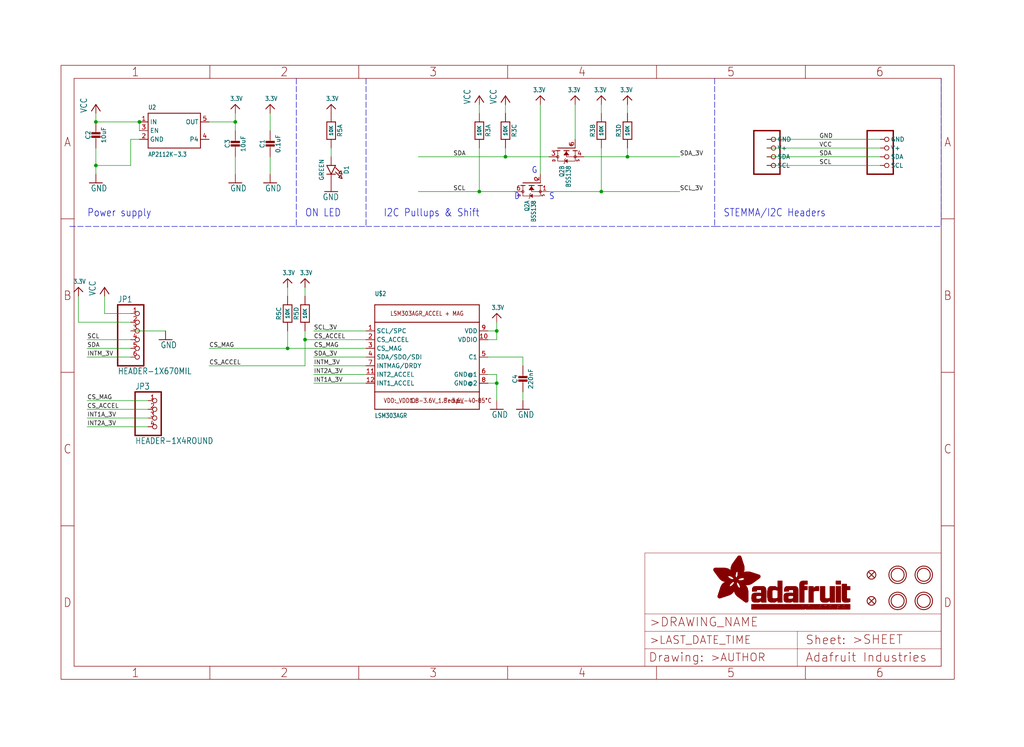
<source format=kicad_sch>
(kicad_sch (version 20211123) (generator eeschema)
  (paper "User" 298.45 217.881)
  (lib_symbols
    (symbol "eagleSchem-eagle-import:3.3V" (power)
      (property "Value" "3.3V" (at -1.524 1.016 0))
      (symbol "3.3V_1_0"
        (pin power_in line (at 0 -2.54 90) (length 2.54) (name "3.3V") (number "1"))
      )
    )
    (symbol "eagleSchem-eagle-import:CAP_CERAMIC0603_NO"
      (property "Reference" "C" (at -2.29 1.25 90))
      (property "Value" "CAP_CERAMIC0603_NO" (at 2.3 1.25 90))
      (symbol "CAP_CERAMIC0603_NO_1_0"
        (pin passive line (at 0 5.08 270) (length 2.54) (name "1") (number "1"))
        (pin passive line (at 0 -2.54 90) (length 2.54) (name "2") (number "2"))
      )
    )
    (symbol "eagleSchem-eagle-import:CAP_CERAMIC0805-NOOUTLINE"
      (property "Reference" "C" (at -2.29 1.25 90))
      (property "Value" "CAP_CERAMIC0805-NOOUTLINE" (at 2.3 1.25 90))
      (symbol "CAP_CERAMIC0805-NOOUTLINE_1_0"
        (pin passive line (at 0 5.08 270) (length 2.54) (name "1") (number "1"))
        (pin passive line (at 0 -2.54 90) (length 2.54) (name "2") (number "2"))
      )
    )
    (symbol "eagleSchem-eagle-import:CAP_CERAMIC0805_10MGAP"
      (property "Reference" "C" (at -2.29 1.25 90))
      (property "Value" "CAP_CERAMIC0805_10MGAP" (at 2.3 1.25 90))
      (symbol "CAP_CERAMIC0805_10MGAP_1_0"
        (pin passive line (at 0 5.08 270) (length 2.54) (name "1") (number "1"))
        (pin passive line (at 0 -2.54 90) (length 2.54) (name "2") (number "2"))
      )
    )
    (symbol "eagleSchem-eagle-import:FIDUCIAL_1MM")
    (symbol "eagleSchem-eagle-import:FRAME_A4_ADAFRUIT"
      (symbol "FRAME_A4_ADAFRUIT_1_0"
        (text "1" (at 21.6958 1.905 0) (effects (font (size 2.54 2.286))))
        (text "1" (at 21.6958 177.165 0) (effects (font (size 2.54 2.286))))
        (text "2" (at 65.0875 1.905 0) (effects (font (size 2.54 2.286))))
        (text "2" (at 65.0875 177.165 0) (effects (font (size 2.54 2.286))))
        (text "3" (at 108.4792 1.905 0) (effects (font (size 2.54 2.286))))
        (text "3" (at 108.4792 177.165 0) (effects (font (size 2.54 2.286))))
        (text "4" (at 151.8708 1.905 0) (effects (font (size 2.54 2.286))))
        (text "4" (at 151.8708 177.165 0) (effects (font (size 2.54 2.286))))
        (text "5" (at 195.2625 1.905 0) (effects (font (size 2.54 2.286))))
        (text "5" (at 195.2625 177.165 0) (effects (font (size 2.54 2.286))))
        (text "6" (at 238.6542 1.905 0) (effects (font (size 2.54 2.286))))
        (text "6" (at 238.6542 177.165 0) (effects (font (size 2.54 2.286))))
        (text ">AUTHOR" (at 189.23 5.08 0) (effects (font (size 2.286 2.286)) (justify left bottom)))
        (text ">DRAWING_NAME" (at 171.45 15.24 0) (effects (font (size 2.54 2.54)) (justify left bottom)))
        (text ">LAST_DATE_TIME" (at 171.45 10.16 0) (effects (font (size 2.286 2.286)) (justify left bottom)))
        (text ">SHEET" (at 230.505 10.16 0) (effects (font (size 2.54 2.54)) (justify left bottom)))
        (text "A" (at 1.905 156.6863 0) (effects (font (size 2.54 2.286))))
        (text "A" (at 258.445 156.6863 0) (effects (font (size 2.54 2.286))))
        (text "Adafruit Industries" (at 216.916 4.953 0) (effects (font (size 2.54 2.54)) (justify left bottom)))
        (text "B" (at 1.905 111.9188 0) (effects (font (size 2.54 2.286))))
        (text "B" (at 258.445 111.9188 0) (effects (font (size 2.54 2.286))))
        (text "C" (at 1.905 67.1513 0) (effects (font (size 2.54 2.286))))
        (text "C" (at 258.445 67.1513 0) (effects (font (size 2.54 2.286))))
        (text "D" (at 1.905 22.3838 0) (effects (font (size 2.54 2.286))))
        (text "D" (at 258.445 22.3838 0) (effects (font (size 2.54 2.286))))
        (text "Drawing:" (at 171.196 4.953 0) (effects (font (size 2.54 2.54)) (justify left bottom)))
        (text "Sheet:" (at 216.916 10.033 0) (effects (font (size 2.54 2.54)) (justify left bottom)))
      )
    )
    (symbol "eagleSchem-eagle-import:GND" (power)
      (property "Value" "GND" (at -2.54 -2.54 0))
      (symbol "GND_1_0"
        (pin power_in line (at 0 2.54 270) (length 2.54) (name "GND") (number "1"))
      )
    )
    (symbol "eagleSchem-eagle-import:HEADER-1X4ROUND"
      (property "Reference" "JP" (at -6.35 8.255 0))
      (property "Value" "HEADER-1X4ROUND" (at -6.35 -7.62 0))
      (symbol "HEADER-1X4ROUND_1_0"
        (pin passive inverted (at -2.54 5.08 0) (length 2.54) (name "1") (number "1"))
        (pin passive inverted (at -2.54 2.54 0) (length 2.54) (name "2") (number "2"))
        (pin passive inverted (at -2.54 0 0) (length 2.54) (name "3") (number "3"))
        (pin passive inverted (at -2.54 -2.54 0) (length 2.54) (name "4") (number "4"))
      )
    )
    (symbol "eagleSchem-eagle-import:HEADER-1X670MIL"
      (property "Reference" "JP" (at -6.35 10.795 0))
      (property "Value" "HEADER-1X670MIL" (at -6.35 -10.16 0))
      (symbol "HEADER-1X670MIL_1_0"
        (pin passive inverted (at -2.54 7.62 0) (length 2.54) (name "1") (number "1"))
        (pin passive inverted (at -2.54 5.08 0) (length 2.54) (name "2") (number "2"))
        (pin passive inverted (at -2.54 2.54 0) (length 2.54) (name "3") (number "3"))
        (pin passive inverted (at -2.54 0 0) (length 2.54) (name "4") (number "4"))
        (pin passive inverted (at -2.54 -2.54 0) (length 2.54) (name "5") (number "5"))
        (pin passive inverted (at -2.54 -5.08 0) (length 2.54) (name "6") (number "6"))
      )
    )
    (symbol "eagleSchem-eagle-import:LED0603_NOOUTLINE"
      (property "Reference" "D" (at -1.27 4.445 0))
      (property "Value" "LED0603_NOOUTLINE" (at -1.27 -2.794 0))
      (symbol "LED0603_NOOUTLINE_1_0"
        (pin passive line (at -5.08 0 0) (length 2.54) (name "A") (number "A"))
        (pin passive line (at 2.54 0 180) (length 2.54) (name "C") (number "C"))
      )
    )
    (symbol "eagleSchem-eagle-import:LSM303AGR"
      (property "Value" "LSM303AGR" (at -15.24 -17.78 0))
      (symbol "LSM303AGR_1_0"
        (text "1.8-3.6V_1.8-3.6V" (at -5.08 -12.7 0) (effects (font (size 1.27 1.0795)) (justify left)))
        (text "LSM303AGR_ACCEL + MAG" (at 0 12.7 0) (effects (font (size 1.27 1.0795))))
        (text "Temp:_-40~85°C" (at 5.08 -12.7 0) (effects (font (size 1.27 1.0795)) (justify left)))
        (text "VDD:_VDDIO:" (at -12.7 -12.7 0) (effects (font (size 1.27 1.0795)) (justify left)))
        (pin input line (at -17.78 7.62 0) (length 2.54) (name "SCL/SPC") (number "1"))
        (pin power_in line (at 17.78 5.08 180) (length 2.54) (name "VDDIO") (number "10"))
        (pin output line (at -17.78 -5.08 0) (length 2.54) (name "INT2_ACCEL") (number "11"))
        (pin output line (at -17.78 -7.62 0) (length 2.54) (name "INT1_ACCEL") (number "12"))
        (pin input line (at -17.78 5.08 0) (length 2.54) (name "CS_ACCEL") (number "2"))
        (pin input line (at -17.78 2.54 0) (length 2.54) (name "CS_MAG") (number "3"))
        (pin bidirectional line (at -17.78 0 0) (length 2.54) (name "SDA/SDO/SDI") (number "4"))
        (pin passive line (at 17.78 0 180) (length 2.54) (name "C1") (number "5"))
        (pin power_in line (at 17.78 -5.08 180) (length 2.54) (name "GND@1") (number "6"))
        (pin output line (at -17.78 -2.54 0) (length 2.54) (name "INTMAG/DRDY") (number "7"))
        (pin power_in line (at 17.78 -7.62 180) (length 2.54) (name "GND@2") (number "8"))
        (pin power_in line (at 17.78 7.62 180) (length 2.54) (name "VDD") (number "9"))
      )
    )
    (symbol "eagleSchem-eagle-import:MOSFET-N_DUAL"
      (property "Reference" "Q" (at 5.08 0.635 0))
      (property "Value" "MOSFET-N_DUAL" (at 5.08 -1.27 0))
      (symbol "MOSFET-N_DUAL_1_0"
        (text "D" (at 3.175 3.175 0) (effects (font (size 0.8128 0.6908)) (justify left bottom)))
        (text "G" (at -1.27 -1.905 0) (effects (font (size 0.8128 0.6908)) (justify left bottom)))
        (text "S" (at 3.175 -3.81 0) (effects (font (size 0.8128 0.6908)) (justify left bottom)))
        (pin bidirectional line (at 2.54 -5.08 90) (length 2.54) (name "S") (number "1"))
        (pin bidirectional line (at -2.54 -2.54 0) (length 2.54) (name "G") (number "2"))
        (pin bidirectional line (at 2.54 5.08 270) (length 2.54) (name "D") (number "6"))
      )
      (symbol "MOSFET-N_DUAL_2_0"
        (text "D" (at 3.175 3.175 0) (effects (font (size 0.8128 0.6908)) (justify left bottom)))
        (text "G" (at -1.27 -1.905 0) (effects (font (size 0.8128 0.6908)) (justify left bottom)))
        (text "S" (at 3.175 -3.81 0) (effects (font (size 0.8128 0.6908)) (justify left bottom)))
        (pin bidirectional line (at 2.54 5.08 270) (length 2.54) (name "D") (number "3"))
        (pin bidirectional line (at 2.54 -5.08 90) (length 2.54) (name "S") (number "4"))
        (pin bidirectional line (at -2.54 -2.54 0) (length 2.54) (name "G") (number "5"))
      )
    )
    (symbol "eagleSchem-eagle-import:MOUNTINGHOLE2.5")
    (symbol "eagleSchem-eagle-import:RESISTOR_4PACK"
      (property "Reference" "R" (at 0 2.54 0))
      (property "Value" "RESISTOR_4PACK" (at 0 0 0))
      (symbol "RESISTOR_4PACK_1_0"
        (pin passive line (at -5.08 0 0) (length 2.54) (name "1") (number "1"))
        (pin passive line (at 5.08 0 180) (length 2.54) (name "2") (number "8"))
      )
      (symbol "RESISTOR_4PACK_2_0"
        (pin passive line (at -5.08 0 0) (length 2.54) (name "1") (number "2"))
        (pin passive line (at 5.08 0 180) (length 2.54) (name "2") (number "7"))
      )
      (symbol "RESISTOR_4PACK_3_0"
        (pin passive line (at -5.08 0 0) (length 2.54) (name "1") (number "3"))
        (pin passive line (at 5.08 0 180) (length 2.54) (name "2") (number "6"))
      )
      (symbol "RESISTOR_4PACK_4_0"
        (pin passive line (at -5.08 0 0) (length 2.54) (name "1") (number "4"))
        (pin passive line (at 5.08 0 180) (length 2.54) (name "2") (number "5"))
      )
    )
    (symbol "eagleSchem-eagle-import:STEMMA_I2C_QT"
      (symbol "STEMMA_I2C_QT_1_0"
        (pin passive inverted (at 0 5.08 0) (length 2.54) (name "GND") (number "1"))
        (pin passive inverted (at 0 2.54 0) (length 2.54) (name "V+") (number "2"))
        (pin passive inverted (at 0 0 0) (length 2.54) (name "SDA") (number "3"))
        (pin passive inverted (at 0 -2.54 0) (length 2.54) (name "SCL") (number "4"))
      )
      (symbol "STEMMA_I2C_QT_2_0"
        (pin bidirectional line (at 0 0 0) (length 5.08) (name "MT") (number "MT1"))
      )
      (symbol "STEMMA_I2C_QT_3_0"
        (pin bidirectional line (at 0 0 0) (length 5.08) (name "MT") (number "MT2"))
      )
    )
    (symbol "eagleSchem-eagle-import:VCC" (power)
      (property "Value" "VCC" (at -2.54 -2.54 90))
      (symbol "VCC_1_0"
        (pin power_in line (at 0 -2.54 90) (length 2.54) (name "VCC") (number "1"))
      )
    )
    (symbol "eagleSchem-eagle-import:VREG_SOT23-5"
      (property "Reference" "U" (at -7.62 6.096 0))
      (property "Value" "VREG_SOT23-5" (at -7.62 -7.62 0))
      (symbol "VREG_SOT23-5_1_0"
        (pin power_in line (at -10.16 2.54 0) (length 2.54) (name "IN") (number "1"))
        (pin power_in line (at -10.16 -2.54 0) (length 2.54) (name "GND") (number "2"))
        (pin input line (at -10.16 0 0) (length 2.54) (name "EN") (number "3"))
        (pin bidirectional line (at 10.16 -2.54 180) (length 2.54) (name "P4") (number "4"))
        (pin power_in line (at 10.16 2.54 180) (length 2.54) (name "OUT") (number "5"))
      )
    )
  )
  (junction (at 144.78 96.52))
  (junction (at 175.26 55.88))
  (junction (at 139.7 55.88))
  (junction (at 27.94 48.26))
  (junction (at 40.64 35.56))
  (junction (at 27.94 35.56))
  (junction (at 144.78 111.76))
  (junction (at 83.82 101.6))
  (junction (at 68.58 35.56))
  (junction (at 182.88 45.72))
  (junction (at 147.32 45.72))
  (junction (at 88.9 99.06))
  (wire (pts (xy 182.88 45.72) (xy 198.12 45.72)))
  (wire (pts (xy 160.02 55.88) (xy 175.26 55.88)))
  (wire (pts (xy 27.94 48.26) (xy 27.94 50.8)))
  (wire (pts (xy 78.74 33.02) (xy 78.74 38.1)))
  (wire (pts (xy 30.48 91.44) (xy 30.48 86.36)))
  (wire (pts (xy 43.18 116.84) (xy 25.4 116.84)))
  (wire (pts (xy 68.58 45.72) (xy 68.58 50.8)))
  (wire (pts (xy 40.64 35.56) (xy 27.94 35.56)))
  (wire (pts (xy 144.78 99.06) (xy 144.78 96.52)))
  (polyline (pts (xy 86.36 22.86) (xy 86.36 66.04)))
  (wire (pts (xy 106.68 104.14) (xy 91.44 104.14)))
  (wire (pts (xy 152.4 104.14) (xy 152.4 106.68)))
  (wire (pts (xy 223.52 43.18) (xy 256.54 43.18)))
  (wire (pts (xy 142.24 99.06) (xy 144.78 99.06)))
  (wire (pts (xy 223.52 48.26) (xy 256.54 48.26)))
  (wire (pts (xy 38.1 101.6) (xy 25.4 101.6)))
  (wire (pts (xy 106.68 99.06) (xy 88.9 99.06)))
  (wire (pts (xy 175.26 43.18) (xy 175.26 55.88)))
  (wire (pts (xy 147.32 43.18) (xy 147.32 45.72)))
  (wire (pts (xy 139.7 43.18) (xy 139.7 55.88)))
  (wire (pts (xy 68.58 35.56) (xy 68.58 38.1)))
  (wire (pts (xy 182.88 33.02) (xy 182.88 30.48)))
  (wire (pts (xy 40.64 38.1) (xy 40.64 35.56)))
  (wire (pts (xy 60.96 35.56) (xy 68.58 35.56)))
  (polyline (pts (xy 20.32 66.04) (xy 86.36 66.04)))
  (wire (pts (xy 160.02 45.72) (xy 147.32 45.72)))
  (wire (pts (xy 256.54 40.64) (xy 223.52 40.64)))
  (wire (pts (xy 106.68 109.22) (xy 91.44 109.22)))
  (wire (pts (xy 25.4 124.46) (xy 43.18 124.46)))
  (wire (pts (xy 40.64 40.64) (xy 38.1 40.64)))
  (polyline (pts (xy 208.28 66.04) (xy 274.32 66.04)))
  (wire (pts (xy 38.1 48.26) (xy 27.94 48.26)))
  (wire (pts (xy 167.64 40.64) (xy 167.64 30.48)))
  (wire (pts (xy 256.54 45.72) (xy 223.52 45.72)))
  (wire (pts (xy 83.82 101.6) (xy 60.96 101.6)))
  (wire (pts (xy 38.1 40.64) (xy 38.1 48.26)))
  (wire (pts (xy 106.68 101.6) (xy 83.82 101.6)))
  (wire (pts (xy 88.9 99.06) (xy 88.9 106.68)))
  (wire (pts (xy 38.1 104.14) (xy 25.4 104.14)))
  (wire (pts (xy 68.58 35.56) (xy 68.58 33.02)))
  (wire (pts (xy 175.26 55.88) (xy 198.12 55.88)))
  (wire (pts (xy 182.88 43.18) (xy 182.88 45.72)))
  (wire (pts (xy 83.82 101.6) (xy 83.82 96.52)))
  (wire (pts (xy 142.24 111.76) (xy 144.78 111.76)))
  (wire (pts (xy 96.52 45.72) (xy 96.52 43.18)))
  (wire (pts (xy 175.26 33.02) (xy 175.26 30.48)))
  (wire (pts (xy 142.24 109.22) (xy 144.78 109.22)))
  (wire (pts (xy 88.9 86.36) (xy 88.9 83.82)))
  (wire (pts (xy 38.1 99.06) (xy 25.4 99.06)))
  (wire (pts (xy 38.1 96.52) (xy 48.26 96.52)))
  (wire (pts (xy 139.7 30.48) (xy 139.7 33.02)))
  (wire (pts (xy 106.68 106.68) (xy 91.44 106.68)))
  (wire (pts (xy 38.1 91.44) (xy 30.48 91.44)))
  (wire (pts (xy 144.78 96.52) (xy 144.78 93.98)))
  (wire (pts (xy 78.74 45.72) (xy 78.74 50.8)))
  (wire (pts (xy 144.78 109.22) (xy 144.78 111.76)))
  (wire (pts (xy 38.1 93.98) (xy 22.86 93.98)))
  (wire (pts (xy 88.9 99.06) (xy 88.9 96.52)))
  (wire (pts (xy 147.32 33.02) (xy 147.32 30.48)))
  (wire (pts (xy 43.18 121.92) (xy 25.4 121.92)))
  (wire (pts (xy 139.7 55.88) (xy 121.92 55.88)))
  (wire (pts (xy 142.24 104.14) (xy 152.4 104.14)))
  (wire (pts (xy 22.86 93.98) (xy 22.86 86.36)))
  (wire (pts (xy 27.94 48.26) (xy 27.94 43.18)))
  (polyline (pts (xy 274.32 22.86) (xy 274.32 66.04)))
  (wire (pts (xy 170.18 45.72) (xy 182.88 45.72)))
  (polyline (pts (xy 208.28 22.86) (xy 208.28 66.04)))
  (wire (pts (xy 27.94 33.02) (xy 27.94 35.56)))
  (wire (pts (xy 83.82 86.36) (xy 83.82 83.82)))
  (wire (pts (xy 144.78 111.76) (xy 144.78 116.84)))
  (wire (pts (xy 106.68 111.76) (xy 91.44 111.76)))
  (wire (pts (xy 25.4 119.38) (xy 43.18 119.38)))
  (wire (pts (xy 106.68 96.52) (xy 91.44 96.52)))
  (wire (pts (xy 147.32 45.72) (xy 121.92 45.72)))
  (wire (pts (xy 149.86 55.88) (xy 139.7 55.88)))
  (wire (pts (xy 88.9 106.68) (xy 60.96 106.68)))
  (polyline (pts (xy 86.36 66.04) (xy 106.68 66.04)))
  (wire (pts (xy 142.24 96.52) (xy 144.78 96.52)))
  (wire (pts (xy 157.48 50.8) (xy 157.48 30.48)))
  (polyline (pts (xy 106.68 66.04) (xy 208.28 66.04)))
  (polyline (pts (xy 106.68 22.86) (xy 106.68 66.04)))
  (wire (pts (xy 152.4 114.3) (xy 152.4 116.84)))
  (text "D" (at 149.86 58.42 180) (effects (font (size 1.778 1.5113)) (justify left bottom)))
  (text "I2C Pullups & Shift" (at 111.76 63.5 180) (effects (font (size 2.1844 1.8567)) (justify left bottom)))
  (text "G" (at 154.94 50.8 180) (effects (font (size 1.778 1.5113)) (justify left bottom)))
  (text "Power supply" (at 25.4 63.5 180) (effects (font (size 2.1844 1.8567)) (justify left bottom)))
  (text "S" (at 160.02 58.42 180) (effects (font (size 1.778 1.5113)) (justify left bottom)))
  (text "ON LED" (at 88.9 63.5 180) (effects (font (size 2.1844 1.8567)) (justify left bottom)))
  (text "STEMMA/I2C Headers" (at 210.82 63.5 180) (effects (font (size 2.1844 1.8567)) (justify left bottom)))
  (label "INT2A_3V" (at 91.44 109.22 0) (effects (font (size 1.2446 1.2446))))
  (label "SCL_3V" (at 198.12 55.88 0) (effects (font (size 1.2446 1.2446))))
  (label "INTM_3V" (at 91.44 106.68 0) (effects (font (size 1.2446 1.2446))))
  (label "INTM_3V" (at 25.4 104.14 0) (effects (font (size 1.2446 1.2446))))
  (label "SDA_3V" (at 91.44 104.14 0) (effects (font (size 1.2446 1.2446))))
  (label "INT1A_3V" (at 25.4 121.92 0) (effects (font (size 1.2446 1.2446))))
  (label "CS_ACCEL" (at 25.4 119.38 0) (effects (font (size 1.2446 1.2446))))
  (label "SCL" (at 132.08 55.88 0) (effects (font (size 1.2446 1.2446))))
  (label "SDA" (at 132.08 45.72 0) (effects (font (size 1.2446 1.2446))))
  (label "SDA" (at 25.4 101.6 0) (effects (font (size 1.2446 1.2446))))
  (label "INT2A_3V" (at 25.4 124.46 0) (effects (font (size 1.2446 1.2446))))
  (label "CS_ACCEL" (at 91.44 99.06 0) (effects (font (size 1.2446 1.2446))))
  (label "CS_ACCEL" (at 60.96 106.68 0) (effects (font (size 1.2446 1.2446))))
  (label "CS_MAG" (at 60.96 101.6 0) (effects (font (size 1.2446 1.2446))))
  (label "INT1A_3V" (at 91.44 111.76 0) (effects (font (size 1.2446 1.2446))))
  (label "CS_MAG" (at 25.4 116.84 0) (effects (font (size 1.2446 1.2446))))
  (label "SCL" (at 25.4 99.06 0) (effects (font (size 1.2446 1.2446))))
  (label "GND" (at 238.76 40.64 0) (effects (font (size 1.2446 1.2446))))
  (label "SCL" (at 238.76 48.26 0) (effects (font (size 1.2446 1.2446))))
  (label "SCL_3V" (at 91.44 96.52 0) (effects (font (size 1.2446 1.2446))))
  (label "VCC" (at 238.76 43.18 0) (effects (font (size 1.2446 1.2446))))
  (label "SDA_3V" (at 198.12 45.72 0) (effects (font (size 1.2446 1.2446))))
  (label "CS_MAG" (at 91.44 101.6 0) (effects (font (size 1.2446 1.2446))))
  (label "SDA" (at 238.76 45.72 0) (effects (font (size 1.2446 1.2446))))
  (symbol (lib_id "eagleSchem-eagle-import:3.3V") (at 157.48 27.94 0) (mirror y) (unit 1)
    (property "Reference" "#U$26" (effects hide))
    (property "Value" "3.3V" (at 159.004 26.924 0) (effects (font (size 1.27 1.0795)) (justify left bottom)))
    (property "Footprint" "eagleSchem:" (effects hide))
  )
  (symbol (lib_id "eagleSchem-eagle-import:RESISTOR_4PACK") (at 182.88 38.1 90) (mirror x) (unit 4)
    (property "Reference" "R3" (at 180.34 38.1 0))
    (property "Value" "10K" (at 182.88 38.1 0) (effects (font (size 1.016 1.016) bold)))
    (property "Footprint" "eagleSchem:RESPACK_4X0603" (effects hide))
  )
  (symbol (lib_id "eagleSchem-eagle-import:CAP_CERAMIC0805_10MGAP") (at 68.58 43.18 0) (unit 1)
    (property "Reference" "C3" (at 66.29 41.93 90))
    (property "Value" "10uF" (at 70.88 41.93 90))
    (property "Footprint" "eagleSchem:0805_10MGAP" (effects hide))
  )
  (symbol (lib_id "eagleSchem-eagle-import:CAP_CERAMIC0603_NO") (at 152.4 111.76 0) (unit 1)
    (property "Reference" "C4" (at 150.11 110.51 90))
    (property "Value" "220nF" (at 154.7 110.51 90))
    (property "Footprint" "eagleSchem:0603-NO@1" (effects hide))
  )
  (symbol (lib_id "eagleSchem-eagle-import:CAP_CERAMIC0603_NO") (at 78.74 43.18 0) (unit 1)
    (property "Reference" "C1" (at 76.45 41.93 90))
    (property "Value" "0.1uF" (at 81.04 41.93 90))
    (property "Footprint" "eagleSchem:0603-NO@1" (effects hide))
  )
  (symbol (lib_id "eagleSchem-eagle-import:MOUNTINGHOLE2.5") (at 261.62 167.64 0) (unit 1)
    (property "Reference" "U$17" (effects hide))
    (property "Value" "MOUNTINGHOLE2.5" (effects hide))
    (property "Footprint" "eagleSchem:MOUNTINGHOLE_2.5_PLATED" (effects hide))
  )
  (symbol (lib_id "eagleSchem-eagle-import:3.3V") (at 182.88 27.94 0) (mirror y) (unit 1)
    (property "Reference" "#U$7" (effects hide))
    (property "Value" "3.3V" (at 184.404 26.924 0) (effects (font (size 1.27 1.0795)) (justify left bottom)))
    (property "Footprint" "eagleSchem:" (effects hide))
  )
  (symbol (lib_id "eagleSchem-eagle-import:MOUNTINGHOLE2.5") (at 269.24 167.64 0) (unit 1)
    (property "Reference" "U$19" (effects hide))
    (property "Value" "MOUNTINGHOLE2.5" (effects hide))
    (property "Footprint" "eagleSchem:MOUNTINGHOLE_2.5_PLATED" (effects hide))
  )
  (symbol (lib_id "eagleSchem-eagle-import:MOSFET-N_DUAL") (at 154.94 53.34 90) (mirror x) (unit 1)
    (property "Reference" "Q2" (at 154.305 58.42 0) (effects (font (size 1.27 1.0795)) (justify left bottom)))
    (property "Value" "BSS138" (at 156.21 58.42 0) (effects (font (size 1.27 1.0795)) (justify left bottom)))
    (property "Footprint" "eagleSchem:SOT363" (effects hide))
  )
  (symbol (lib_id "eagleSchem-eagle-import:3.3V") (at 68.58 30.48 0) (unit 1)
    (property "Reference" "#U$15" (effects hide))
    (property "Value" "3.3V" (at 67.056 29.464 0) (effects (font (size 1.27 1.0795)) (justify left bottom)))
    (property "Footprint" "eagleSchem:" (effects hide))
  )
  (symbol (lib_id "eagleSchem-eagle-import:3.3V") (at 175.26 27.94 0) (mirror y) (unit 1)
    (property "Reference" "#U$24" (effects hide))
    (property "Value" "3.3V" (at 176.784 26.924 0) (effects (font (size 1.27 1.0795)) (justify left bottom)))
    (property "Footprint" "eagleSchem:" (effects hide))
  )
  (symbol (lib_id "eagleSchem-eagle-import:RESISTOR_4PACK") (at 96.52 38.1 270) (unit 1)
    (property "Reference" "R5" (at 99.06 38.1 0))
    (property "Value" "10K" (at 96.52 38.1 0) (effects (font (size 1.016 1.016) bold)))
    (property "Footprint" "eagleSchem:RESPACK_4X0603" (effects hide))
  )
  (symbol (lib_id "eagleSchem-eagle-import:VCC") (at 27.94 30.48 0) (unit 1)
    (property "Reference" "#P+3" (effects hide))
    (property "Value" "VCC" (at 25.4 33.02 90) (effects (font (size 1.778 1.5113)) (justify left bottom)))
    (property "Footprint" "eagleSchem:" (effects hide))
  )
  (symbol (lib_id "eagleSchem-eagle-import:LED0603_NOOUTLINE") (at 96.52 50.8 270) (unit 1)
    (property "Reference" "D1" (at 100.965 49.53 0))
    (property "Value" "GREEN" (at 93.726 49.53 0))
    (property "Footprint" "eagleSchem:CHIPLED_0603_NOOUTLINE" (effects hide))
  )
  (symbol (lib_id "eagleSchem-eagle-import:FIDUCIAL_1MM") (at 254 167.64 0) (unit 1)
    (property "Reference" "FID4" (effects hide))
    (property "Value" "FIDUCIAL_1MM" (effects hide))
    (property "Footprint" "eagleSchem:FIDUCIAL_1MM" (effects hide))
  )
  (symbol (lib_id "eagleSchem-eagle-import:FRAME_A4_ADAFRUIT") (at 17.78 198.12 0) (unit 1)
    (property "Reference" "#U$18" (effects hide))
    (property "Value" "FRAME_A4_ADAFRUIT" (effects hide))
    (property "Footprint" "eagleSchem:" (effects hide))
  )
  (symbol (lib_id "eagleSchem-eagle-import:RESISTOR_4PACK") (at 139.7 38.1 270) (unit 1)
    (property "Reference" "R3" (at 142.24 38.1 0))
    (property "Value" "10K" (at 139.7 38.1 0) (effects (font (size 1.016 1.016) bold)))
    (property "Footprint" "eagleSchem:RESPACK_4X0603" (effects hide))
  )
  (symbol (lib_id "eagleSchem-eagle-import:MOUNTINGHOLE2.5") (at 261.62 175.26 0) (unit 1)
    (property "Reference" "U$1" (effects hide))
    (property "Value" "MOUNTINGHOLE2.5" (effects hide))
    (property "Footprint" "eagleSchem:MOUNTINGHOLE_2.5_PLATED" (effects hide))
  )
  (symbol (lib_id "eagleSchem-eagle-import:GND") (at 144.78 119.38 0) (unit 1)
    (property "Reference" "#U$11" (effects hide))
    (property "Value" "GND" (at 143.256 121.92 0) (effects (font (size 1.778 1.5113)) (justify left bottom)))
    (property "Footprint" "eagleSchem:" (effects hide))
  )
  (symbol (lib_id "eagleSchem-eagle-import:GND") (at 27.94 53.34 0) (unit 1)
    (property "Reference" "#U$13" (effects hide))
    (property "Value" "GND" (at 26.416 55.88 0) (effects (font (size 1.778 1.5113)) (justify left bottom)))
    (property "Footprint" "eagleSchem:" (effects hide))
  )
  (symbol (lib_id "eagleSchem-eagle-import:GND") (at 96.52 55.88 0) (unit 1)
    (property "Reference" "#GND6" (effects hide))
    (property "Value" "GND" (at 93.98 58.42 0) (effects (font (size 1.778 1.5113)) (justify left bottom)))
    (property "Footprint" "eagleSchem:" (effects hide))
  )
  (symbol (lib_id "eagleSchem-eagle-import:STEMMA_I2C_QT") (at 223.52 45.72 0) (unit 1)
    (property "Reference" "CONN3" (effects hide))
    (property "Value" "STEMMA_I2C_QT" (effects hide))
    (property "Footprint" "eagleSchem:JST_SH4" (effects hide))
  )
  (symbol (lib_id "eagleSchem-eagle-import:GND") (at 152.4 119.38 0) (unit 1)
    (property "Reference" "#U$9" (effects hide))
    (property "Value" "GND" (at 150.876 121.92 0) (effects (font (size 1.778 1.5113)) (justify left bottom)))
    (property "Footprint" "eagleSchem:" (effects hide))
  )
  (symbol (lib_id "eagleSchem-eagle-import:3.3V") (at 22.86 83.82 0) (unit 1)
    (property "Reference" "#U$16" (effects hide))
    (property "Value" "3.3V" (at 21.336 82.804 0) (effects (font (size 1.27 1.0795)) (justify left bottom)))
    (property "Footprint" "eagleSchem:" (effects hide))
  )
  (symbol (lib_id "eagleSchem-eagle-import:MOUNTINGHOLE2.5") (at 269.24 175.26 0) (unit 1)
    (property "Reference" "U$21" (effects hide))
    (property "Value" "MOUNTINGHOLE2.5" (effects hide))
    (property "Footprint" "eagleSchem:MOUNTINGHOLE_2.5_PLATED" (effects hide))
  )
  (symbol (lib_id "eagleSchem-eagle-import:3.3V") (at 78.74 30.48 0) (unit 1)
    (property "Reference" "#U$14" (effects hide))
    (property "Value" "3.3V" (at 77.216 29.464 0) (effects (font (size 1.27 1.0795)) (justify left bottom)))
    (property "Footprint" "eagleSchem:" (effects hide))
  )
  (symbol (lib_id "eagleSchem-eagle-import:RESISTOR_4PACK") (at 88.9 91.44 90) (unit 4)
    (property "Reference" "R5" (at 86.36 91.44 0))
    (property "Value" "10K" (at 88.9 91.44 0) (effects (font (size 1.016 1.016) bold)))
    (property "Footprint" "eagleSchem:RESPACK_4X0603" (effects hide))
  )
  (symbol (lib_id "eagleSchem-eagle-import:RESISTOR_4PACK") (at 147.32 38.1 270) (unit 3)
    (property "Reference" "R3" (at 149.86 38.1 0))
    (property "Value" "10K" (at 147.32 38.1 0) (effects (font (size 1.016 1.016) bold)))
    (property "Footprint" "eagleSchem:RESPACK_4X0603" (effects hide))
  )
  (symbol (lib_id "eagleSchem-eagle-import:HEADER-1X670MIL") (at 40.64 99.06 0) (unit 1)
    (property "Reference" "JP1" (at 34.29 88.265 0) (effects (font (size 1.778 1.5113)) (justify left bottom)))
    (property "Value" "HEADER-1X670MIL" (at 34.29 109.22 0) (effects (font (size 1.778 1.5113)) (justify left bottom)))
    (property "Footprint" "eagleSchem:1X06_ROUND_70" (effects hide))
  )
  (symbol (lib_id "eagleSchem-eagle-import:HEADER-1X4ROUND") (at 45.72 121.92 0) (unit 1)
    (property "Reference" "JP3" (at 39.37 113.665 0) (effects (font (size 1.778 1.5113)) (justify left bottom)))
    (property "Value" "HEADER-1X4ROUND" (at 39.37 129.54 0) (effects (font (size 1.778 1.5113)) (justify left bottom)))
    (property "Footprint" "eagleSchem:1X04_ROUND" (effects hide))
  )
  (symbol (lib_id "eagleSchem-eagle-import:3.3V") (at 144.78 91.44 0) (unit 1)
    (property "Reference" "#U$12" (effects hide))
    (property "Value" "3.3V" (at 143.256 90.424 0) (effects (font (size 1.27 1.0795)) (justify left bottom)))
    (property "Footprint" "eagleSchem:" (effects hide))
  )
  (symbol (lib_id "eagleSchem-eagle-import:GND") (at 48.26 99.06 0) (unit 1)
    (property "Reference" "#U$10" (effects hide))
    (property "Value" "GND" (at 46.736 101.6 0) (effects (font (size 1.778 1.5113)) (justify left bottom)))
    (property "Footprint" "eagleSchem:" (effects hide))
  )
  (symbol (lib_id "eagleSchem-eagle-import:RESISTOR_4PACK") (at 83.82 91.44 90) (unit 3)
    (property "Reference" "R5" (at 81.28 91.44 0))
    (property "Value" "10K" (at 83.82 91.44 0) (effects (font (size 1.016 1.016) bold)))
    (property "Footprint" "eagleSchem:RESPACK_4X0603" (effects hide))
  )
  (symbol (lib_id "eagleSchem-eagle-import:3.3V") (at 167.64 27.94 0) (mirror y) (unit 1)
    (property "Reference" "#U$23" (effects hide))
    (property "Value" "3.3V" (at 169.164 26.924 0) (effects (font (size 1.27 1.0795)) (justify left bottom)))
    (property "Footprint" "eagleSchem:" (effects hide))
  )
  (symbol (lib_id "eagleSchem-eagle-import:LSM303AGR") (at 124.46 104.14 0) (unit 1)
    (property "Reference" "U$2" (at 109.22 86.36 0) (effects (font (size 1.27 1.0795)) (justify left bottom)))
    (property "Value" "LSM303AGR" (at 109.22 121.92 0) (effects (font (size 1.27 1.0795)) (justify left bottom)))
    (property "Footprint" "eagleSchem:LGA12_2X2MM" (effects hide))
  )
  (symbol (lib_id "eagleSchem-eagle-import:STEMMA_I2C_QT") (at 256.54 45.72 0) (unit 1)
    (property "Reference" "CONN4" (effects hide))
    (property "Value" "STEMMA_I2C_QT" (effects hide))
    (property "Footprint" "eagleSchem:JST_SH4" (effects hide))
  )
  (symbol (lib_id "eagleSchem-eagle-import:FIDUCIAL_1MM") (at 254 175.26 0) (unit 1)
    (property "Reference" "FID3" (effects hide))
    (property "Value" "FIDUCIAL_1MM" (effects hide))
    (property "Footprint" "eagleSchem:FIDUCIAL_1MM" (effects hide))
  )
  (symbol (lib_id "eagleSchem-eagle-import:GND") (at 68.58 53.34 0) (unit 1)
    (property "Reference" "#U$5" (effects hide))
    (property "Value" "GND" (at 67.056 55.88 0) (effects (font (size 1.778 1.5113)) (justify left bottom)))
    (property "Footprint" "eagleSchem:" (effects hide))
  )
  (symbol (lib_id "eagleSchem-eagle-import:MOSFET-N_DUAL") (at 165.1 43.18 90) (mirror x) (unit 2)
    (property "Reference" "Q2" (at 164.465 48.26 0) (effects (font (size 1.27 1.0795)) (justify left bottom)))
    (property "Value" "BSS138" (at 166.37 48.26 0) (effects (font (size 1.27 1.0795)) (justify left bottom)))
    (property "Footprint" "eagleSchem:SOT363" (effects hide))
  )
  (symbol (lib_id "eagleSchem-eagle-import:GND") (at 78.74 53.34 0) (unit 1)
    (property "Reference" "#U$6" (effects hide))
    (property "Value" "GND" (at 77.216 55.88 0) (effects (font (size 1.778 1.5113)) (justify left bottom)))
    (property "Footprint" "eagleSchem:" (effects hide))
  )
  (symbol (lib_id "eagleSchem-eagle-import:3.3V") (at 96.52 30.48 0) (unit 1)
    (property "Reference" "#U$3" (effects hide))
    (property "Value" "3.3V" (at 94.996 29.464 0) (effects (font (size 1.27 1.0795)) (justify left bottom)))
    (property "Footprint" "eagleSchem:" (effects hide))
  )
  (symbol (lib_id "eagleSchem-eagle-import:RESISTOR_4PACK") (at 175.26 38.1 90) (mirror x) (unit 2)
    (property "Reference" "R3" (at 172.72 38.1 0))
    (property "Value" "10K" (at 175.26 38.1 0) (effects (font (size 1.016 1.016) bold)))
    (property "Footprint" "eagleSchem:RESPACK_4X0603" (effects hide))
  )
  (symbol (lib_id "eagleSchem-eagle-import:VCC") (at 30.48 83.82 0) (unit 1)
    (property "Reference" "#P+4" (effects hide))
    (property "Value" "VCC" (at 27.94 86.36 90) (effects (font (size 1.778 1.5113)) (justify left bottom)))
    (property "Footprint" "eagleSchem:" (effects hide))
  )
  (symbol (lib_id "eagleSchem-eagle-import:3.3V") (at 88.9 81.28 0) (unit 1)
    (property "Reference" "#U$8" (effects hide))
    (property "Value" "3.3V" (at 87.376 80.264 0) (effects (font (size 1.27 1.0795)) (justify left bottom)))
    (property "Footprint" "eagleSchem:" (effects hide))
  )
  (symbol (lib_id "eagleSchem-eagle-import:VCC") (at 139.7 27.94 0) (unit 1)
    (property "Reference" "#P+1" (effects hide))
    (property "Value" "VCC" (at 137.16 30.48 90) (effects (font (size 1.778 1.5113)) (justify left bottom)))
    (property "Footprint" "eagleSchem:" (effects hide))
  )
  (symbol (lib_id "eagleSchem-eagle-import:VREG_SOT23-5") (at 50.8 38.1 0) (unit 1)
    (property "Reference" "U2" (at 43.18 32.004 0) (effects (font (size 1.27 1.0795)) (justify left bottom)))
    (property "Value" "AP2112K-3.3" (at 43.18 45.72 0) (effects (font (size 1.27 1.0795)) (justify left bottom)))
    (property "Footprint" "eagleSchem:SOT23-5" (effects hide))
  )
  (symbol (lib_id "eagleSchem-eagle-import:3.3V") (at 83.82 81.28 0) (unit 1)
    (property "Reference" "#U$4" (effects hide))
    (property "Value" "3.3V" (at 82.296 80.264 0) (effects (font (size 1.27 1.0795)) (justify left bottom)))
    (property "Footprint" "eagleSchem:" (effects hide))
  )
  (symbol (lib_id "eagleSchem-eagle-import:VCC") (at 147.32 27.94 0) (unit 1)
    (property "Reference" "#P+2" (effects hide))
    (property "Value" "VCC" (at 144.78 30.48 90) (effects (font (size 1.778 1.5113)) (justify left bottom)))
    (property "Footprint" "eagleSchem:" (effects hide))
  )
  (symbol (lib_id "eagleSchem-eagle-import:CAP_CERAMIC0805-NOOUTLINE") (at 27.94 40.64 0) (unit 1)
    (property "Reference" "C2" (at 25.65 39.39 90))
    (property "Value" "10uF" (at 30.24 39.39 90))
    (property "Footprint" "eagleSchem:0805-NO" (effects hide))
  )
)
</source>
